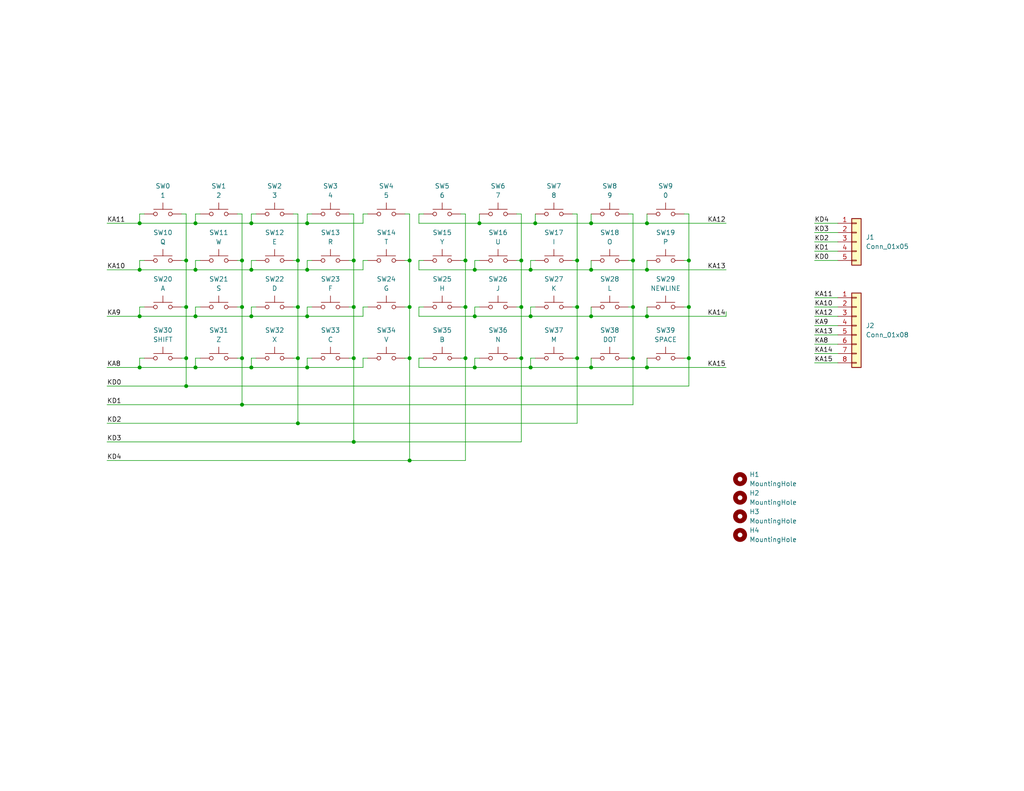
<source format=kicad_sch>
(kicad_sch (version 20211123) (generator eeschema)
  (paper "USLetter")
  (title_block (title "ZX81 Mechanical Keyboard") (date "2023-06-13") (rev "1") (comment 2 "Provided under the MIT License (0 clause).  ") (comment 3 "Copyright 2022, Brian Swetland <swetland@frotz.net>"))
  (lib_symbols
    (symbol "Connector_Generic:Conn_01x05" (pin_names (offset 1.016) hide)
      (property "Reference" "J" (at 0 7.62 0))
      (property "Value" "Conn_01x05" (at 0 -7.62 0))
      (symbol "Conn_01x05_1_1"
        (rectangle (start -1.27 -4.953) (end 0 -5.207) (stroke (width 0.1524)))
        (rectangle (start -1.27 -2.413) (end 0 -2.667) (stroke (width 0.1524)))
        (rectangle (start -1.27 0.127) (end 0 -0.127) (stroke (width 0.1524)))
        (rectangle (start -1.27 2.667) (end 0 2.413) (stroke (width 0.1524)))
        (rectangle (start -1.27 5.207) (end 0 4.953) (stroke (width 0.1524)))
        (rectangle (start -1.27 6.35) (end 1.27 -6.35) (stroke (width 0.254)) (fill (type background)))
        (pin passive line (at -5.08 5.08 0) (length 3.81) (name "Pin_1") (number "1"))
        (pin passive line (at -5.08 2.54 0) (length 3.81) (name "Pin_2") (number "2"))
        (pin passive line (at -5.08 0 0) (length 3.81) (name "Pin_3") (number "3"))
        (pin passive line (at -5.08 -2.54 0) (length 3.81) (name "Pin_4") (number "4"))
        (pin passive line (at -5.08 -5.08 0) (length 3.81) (name "Pin_5") (number "5"))
      )
    )
    (symbol "Connector_Generic:Conn_01x08" (pin_names (offset 1.016) hide)
      (property "Reference" "J" (at 0 10.16 0))
      (property "Value" "Conn_01x08" (at 0 -12.7 0))
      (symbol "Conn_01x08_1_1"
        (rectangle (start -1.27 -10.033) (end 0 -10.287) (stroke (width 0.1524)))
        (rectangle (start -1.27 -7.493) (end 0 -7.747) (stroke (width 0.1524)))
        (rectangle (start -1.27 -4.953) (end 0 -5.207) (stroke (width 0.1524)))
        (rectangle (start -1.27 -2.413) (end 0 -2.667) (stroke (width 0.1524)))
        (rectangle (start -1.27 0.127) (end 0 -0.127) (stroke (width 0.1524)))
        (rectangle (start -1.27 2.667) (end 0 2.413) (stroke (width 0.1524)))
        (rectangle (start -1.27 5.207) (end 0 4.953) (stroke (width 0.1524)))
        (rectangle (start -1.27 7.747) (end 0 7.493) (stroke (width 0.1524)))
        (rectangle (start -1.27 8.89) (end 1.27 -11.43) (stroke (width 0.254)) (fill (type background)))
        (pin passive line (at -5.08 7.62 0) (length 3.81) (name "Pin_1") (number "1"))
        (pin passive line (at -5.08 5.08 0) (length 3.81) (name "Pin_2") (number "2"))
        (pin passive line (at -5.08 2.54 0) (length 3.81) (name "Pin_3") (number "3"))
        (pin passive line (at -5.08 0 0) (length 3.81) (name "Pin_4") (number "4"))
        (pin passive line (at -5.08 -2.54 0) (length 3.81) (name "Pin_5") (number "5"))
        (pin passive line (at -5.08 -5.08 0) (length 3.81) (name "Pin_6") (number "6"))
        (pin passive line (at -5.08 -7.62 0) (length 3.81) (name "Pin_7") (number "7"))
        (pin passive line (at -5.08 -10.16 0) (length 3.81) (name "Pin_8") (number "8"))
      )
    )
    (symbol "Mechanical:MountingHole" (pin_names (offset 1.016))
      (property "Reference" "H" (at 0 5.08 0))
      (property "Value" "MountingHole" (at 0 3.175 0))
      (symbol "MountingHole_0_1"
        (circle (center 0 0) (radius 1.27) (stroke (width 1.27)))
      )
    )
    (symbol "Switch:SW_Push" (pin_numbers hide) (pin_names (offset 1.016) hide)
      (property "Reference" "SW" (at 1.27 2.54 0))
      (property "Value" "SW_Push" (at 0 -1.524 0))
      (symbol "SW_Push_0_1"
        (circle (center -2.032 0) (radius 0.508))
        (polyline (pts (xy 0 1.27) (xy 0 3.048)))
        (polyline (pts (xy 2.54 1.27) (xy -2.54 1.27)))
        (circle (center 2.032 0) (radius 0.508))
        (pin passive line (at -5.08 0 0) (length 2.54) (name "1") (number "1"))
        (pin passive line (at 5.08 0 180) (length 2.54) (name "2") (number "2"))
      )
    )
  )
  (junction (at 96.52 83.82))
  (junction (at 68.58 60.96))
  (junction (at 176.53 73.66))
  (junction (at 111.76 125.73))
  (junction (at 157.48 71.12))
  (junction (at 130.81 60.96))
  (junction (at 96.52 97.79))
  (junction (at 161.29 73.66))
  (junction (at 38.1 60.96))
  (junction (at 53.34 60.96))
  (junction (at 81.28 83.82))
  (junction (at 111.76 97.79))
  (junction (at 83.82 100.33))
  (junction (at 144.78 73.66))
  (junction (at 83.82 60.96))
  (junction (at 81.28 71.12))
  (junction (at 129.54 86.36))
  (junction (at 142.24 97.79))
  (junction (at 129.54 73.66))
  (junction (at 50.8 83.82))
  (junction (at 127 83.82))
  (junction (at 172.72 83.82))
  (junction (at 50.8 105.41))
  (junction (at 176.53 60.96))
  (junction (at 50.8 97.79))
  (junction (at 127 71.12))
  (junction (at 50.8 71.12))
  (junction (at 111.76 83.82))
  (junction (at 187.96 71.12))
  (junction (at 161.29 86.36))
  (junction (at 142.24 83.82))
  (junction (at 68.58 73.66))
  (junction (at 176.53 86.36))
  (junction (at 176.53 100.33))
  (junction (at 38.1 100.33))
  (junction (at 127 97.79))
  (junction (at 144.78 86.36))
  (junction (at 146.05 60.96))
  (junction (at 66.04 71.12))
  (junction (at 187.96 83.82))
  (junction (at 53.34 86.36))
  (junction (at 66.04 110.49))
  (junction (at 187.96 97.79))
  (junction (at 161.29 60.96))
  (junction (at 66.04 97.79))
  (junction (at 68.58 86.36))
  (junction (at 161.29 100.33))
  (junction (at 81.28 115.57))
  (junction (at 38.1 73.66))
  (junction (at 83.82 86.36))
  (junction (at 129.54 100.33))
  (junction (at 172.72 71.12))
  (junction (at 53.34 100.33))
  (junction (at 83.82 73.66))
  (junction (at 96.52 71.12))
  (junction (at 38.1 86.36))
  (junction (at 172.72 97.79))
  (junction (at 157.48 83.82))
  (junction (at 81.28 97.79))
  (junction (at 157.48 97.79))
  (junction (at 144.78 100.33))
  (junction (at 111.76 71.12))
  (junction (at 68.58 100.33))
  (junction (at 96.52 120.65))
  (junction (at 53.34 73.66))
  (junction (at 142.24 71.12))
  (junction (at 66.04 83.82))
  (wire (pts (xy 186.69 83.82) (xy 187.96 83.82)))
  (wire (pts (xy 83.82 73.66) (xy 99.06 73.66)))
  (wire (pts (xy 66.04 110.49) (xy 66.04 97.79)))
  (wire (pts (xy 38.1 73.66) (xy 53.34 73.66)))
  (wire (pts (xy 69.85 83.82) (xy 68.58 83.82)))
  (wire (pts (xy 142.24 97.79) (xy 140.97 97.79)))
  (wire (pts (xy 222.25 68.58) (xy 228.6 68.58)))
  (wire (pts (xy 111.76 58.42) (xy 110.49 58.42)))
  (wire (pts (xy 171.45 71.12) (xy 172.72 71.12)))
  (wire (pts (xy 114.3 73.66) (xy 129.54 73.66)))
  (wire (pts (xy 127 97.79) (xy 127 125.73)))
  (wire (pts (xy 99.06 71.12) (xy 99.06 73.66)))
  (wire (pts (xy 38.1 58.42) (xy 38.1 60.96)))
  (wire (pts (xy 54.61 58.42) (xy 53.34 58.42)))
  (wire (pts (xy 80.01 58.42) (xy 81.28 58.42)))
  (wire (pts (xy 68.58 73.66) (xy 83.82 73.66)))
  (wire (pts (xy 146.05 83.82) (xy 144.78 83.82)))
  (wire (pts (xy 157.48 83.82) (xy 157.48 71.12)))
  (wire (pts (xy 115.57 71.12) (xy 114.3 71.12)))
  (wire (pts (xy 157.48 97.79) (xy 156.21 97.79)))
  (wire (pts (xy 129.54 71.12) (xy 129.54 73.66)))
  (wire (pts (xy 64.77 71.12) (xy 66.04 71.12)))
  (wire (pts (xy 100.33 58.42) (xy 99.06 58.42)))
  (wire (pts (xy 95.25 97.79) (xy 96.52 97.79)))
  (wire (pts (xy 54.61 97.79) (xy 53.34 97.79)))
  (wire (pts (xy 29.21 73.66) (xy 38.1 73.66)))
  (wire (pts (xy 38.1 60.96) (xy 53.34 60.96)))
  (wire (pts (xy 222.25 81.28) (xy 228.6 81.28)))
  (wire (pts (xy 64.77 83.82) (xy 66.04 83.82)))
  (wire (pts (xy 142.24 71.12) (xy 142.24 58.42)))
  (wire (pts (xy 96.52 120.65) (xy 142.24 120.65)))
  (wire (pts (xy 127 71.12) (xy 127 83.82)))
  (wire (pts (xy 127 125.73) (xy 111.76 125.73)))
  (wire (pts (xy 129.54 97.79) (xy 129.54 100.33)))
  (wire (pts (xy 111.76 97.79) (xy 110.49 97.79)))
  (wire (pts (xy 176.53 58.42) (xy 176.53 60.96)))
  (wire (pts (xy 53.34 73.66) (xy 68.58 73.66)))
  (wire (pts (xy 38.1 83.82) (xy 38.1 86.36)))
  (wire (pts (xy 110.49 71.12) (xy 111.76 71.12)))
  (wire (pts (xy 111.76 97.79) (xy 111.76 83.82)))
  (wire (pts (xy 144.78 100.33) (xy 161.29 100.33)))
  (wire (pts (xy 100.33 83.82) (xy 99.06 83.82)))
  (wire (pts (xy 68.58 60.96) (xy 83.82 60.96)))
  (wire (pts (xy 111.76 83.82) (xy 111.76 71.12)))
  (wire (pts (xy 142.24 120.65) (xy 142.24 97.79)))
  (wire (pts (xy 125.73 71.12) (xy 127 71.12)))
  (wire (pts (xy 54.61 71.12) (xy 53.34 71.12)))
  (wire (pts (xy 80.01 83.82) (xy 81.28 83.82)))
  (wire (pts (xy 83.82 71.12) (xy 83.82 73.66)))
  (wire (pts (xy 142.24 58.42) (xy 140.97 58.42)))
  (wire (pts (xy 222.25 83.82) (xy 228.6 83.82)))
  (wire (pts (xy 38.1 86.36) (xy 53.34 86.36)))
  (wire (pts (xy 161.29 83.82) (xy 161.29 86.36)))
  (wire (pts (xy 115.57 97.79) (xy 114.3 97.79)))
  (wire (pts (xy 146.05 60.96) (xy 161.29 60.96)))
  (wire (pts (xy 186.69 71.12) (xy 187.96 71.12)))
  (wire (pts (xy 99.06 58.42) (xy 99.06 60.96)))
  (wire (pts (xy 111.76 71.12) (xy 111.76 58.42)))
  (wire (pts (xy 129.54 83.82) (xy 129.54 86.36)))
  (wire (pts (xy 81.28 71.12) (xy 81.28 83.82)))
  (wire (pts (xy 68.58 58.42) (xy 68.58 60.96)))
  (wire (pts (xy 111.76 97.79) (xy 111.76 125.73)))
  (wire (pts (xy 96.52 83.82) (xy 96.52 97.79)))
  (wire (pts (xy 100.33 71.12) (xy 99.06 71.12)))
  (wire (pts (xy 198.12 85.09) (xy 198.12 86.36)))
  (wire (pts (xy 53.34 83.82) (xy 53.34 86.36)))
  (wire (pts (xy 156.21 71.12) (xy 157.48 71.12)))
  (wire (pts (xy 222.25 60.96) (xy 228.6 60.96)))
  (wire (pts (xy 142.24 97.79) (xy 142.24 83.82)))
  (wire (pts (xy 129.54 86.36) (xy 144.78 86.36)))
  (wire (pts (xy 83.82 60.96) (xy 99.06 60.96)))
  (wire (pts (xy 50.8 105.41) (xy 187.96 105.41)))
  (wire (pts (xy 156.21 83.82) (xy 157.48 83.82)))
  (wire (pts (xy 69.85 97.79) (xy 68.58 97.79)))
  (wire (pts (xy 130.81 83.82) (xy 129.54 83.82)))
  (wire (pts (xy 146.05 97.79) (xy 144.78 97.79)))
  (wire (pts (xy 129.54 73.66) (xy 144.78 73.66)))
  (wire (pts (xy 29.21 120.65) (xy 96.52 120.65)))
  (wire (pts (xy 85.09 71.12) (xy 83.82 71.12)))
  (wire (pts (xy 176.53 60.96) (xy 198.12 60.96)))
  (wire (pts (xy 222.25 93.98) (xy 228.6 93.98)))
  (wire (pts (xy 69.85 58.42) (xy 68.58 58.42)))
  (wire (pts (xy 222.25 96.52) (xy 228.6 96.52)))
  (wire (pts (xy 64.77 97.79) (xy 66.04 97.79)))
  (wire (pts (xy 125.73 58.42) (xy 127 58.42)))
  (wire (pts (xy 83.82 83.82) (xy 83.82 86.36)))
  (wire (pts (xy 176.53 83.82) (xy 176.53 86.36)))
  (wire (pts (xy 29.21 125.73) (xy 111.76 125.73)))
  (wire (pts (xy 83.82 86.36) (xy 99.06 86.36)))
  (wire (pts (xy 130.81 58.42) (xy 130.81 60.96)))
  (wire (pts (xy 187.96 58.42) (xy 186.69 58.42)))
  (wire (pts (xy 29.21 86.36) (xy 38.1 86.36)))
  (wire (pts (xy 114.3 100.33) (xy 129.54 100.33)))
  (wire (pts (xy 157.48 71.12) (xy 157.48 58.42)))
  (wire (pts (xy 114.3 97.79) (xy 114.3 100.33)))
  (wire (pts (xy 176.53 100.33) (xy 198.12 100.33)))
  (wire (pts (xy 80.01 71.12) (xy 81.28 71.12)))
  (wire (pts (xy 50.8 97.79) (xy 50.8 105.41)))
  (wire (pts (xy 222.25 63.5) (xy 228.6 63.5)))
  (wire (pts (xy 66.04 83.82) (xy 66.04 71.12)))
  (wire (pts (xy 53.34 100.33) (xy 68.58 100.33)))
  (wire (pts (xy 66.04 71.12) (xy 66.04 58.42)))
  (wire (pts (xy 125.73 83.82) (xy 127 83.82)))
  (wire (pts (xy 130.81 97.79) (xy 129.54 97.79)))
  (wire (pts (xy 222.25 86.36) (xy 228.6 86.36)))
  (wire (pts (xy 157.48 97.79) (xy 157.48 83.82)))
  (wire (pts (xy 127 83.82) (xy 127 97.79)))
  (wire (pts (xy 100.33 97.79) (xy 99.06 97.79)))
  (wire (pts (xy 161.29 60.96) (xy 176.53 60.96)))
  (wire (pts (xy 95.25 83.82) (xy 96.52 83.82)))
  (wire (pts (xy 176.53 86.36) (xy 198.12 86.36)))
  (wire (pts (xy 53.34 58.42) (xy 53.34 60.96)))
  (wire (pts (xy 81.28 115.57) (xy 157.48 115.57)))
  (wire (pts (xy 176.53 71.12) (xy 176.53 73.66)))
  (wire (pts (xy 50.8 71.12) (xy 50.8 83.82)))
  (wire (pts (xy 50.8 58.42) (xy 50.8 71.12)))
  (wire (pts (xy 66.04 110.49) (xy 172.72 110.49)))
  (wire (pts (xy 53.34 60.96) (xy 68.58 60.96)))
  (wire (pts (xy 69.85 71.12) (xy 68.58 71.12)))
  (wire (pts (xy 81.28 97.79) (xy 81.28 115.57)))
  (wire (pts (xy 144.78 73.66) (xy 161.29 73.66)))
  (wire (pts (xy 29.21 110.49) (xy 66.04 110.49)))
  (wire (pts (xy 142.24 83.82) (xy 142.24 71.12)))
  (wire (pts (xy 114.3 58.42) (xy 114.3 60.96)))
  (wire (pts (xy 85.09 97.79) (xy 83.82 97.79)))
  (wire (pts (xy 140.97 71.12) (xy 142.24 71.12)))
  (wire (pts (xy 39.37 71.12) (xy 38.1 71.12)))
  (wire (pts (xy 96.52 71.12) (xy 96.52 83.82)))
  (wire (pts (xy 39.37 97.79) (xy 38.1 97.79)))
  (wire (pts (xy 146.05 71.12) (xy 144.78 71.12)))
  (wire (pts (xy 110.49 83.82) (xy 111.76 83.82)))
  (wire (pts (xy 187.96 71.12) (xy 187.96 58.42)))
  (wire (pts (xy 161.29 58.42) (xy 161.29 60.96)))
  (wire (pts (xy 96.52 58.42) (xy 96.52 71.12)))
  (wire (pts (xy 172.72 110.49) (xy 172.72 97.79)))
  (wire (pts (xy 130.81 60.96) (xy 146.05 60.96)))
  (wire (pts (xy 39.37 58.42) (xy 38.1 58.42)))
  (wire (pts (xy 222.25 99.06) (xy 228.6 99.06)))
  (wire (pts (xy 29.21 60.96) (xy 38.1 60.96)))
  (wire (pts (xy 130.81 71.12) (xy 129.54 71.12)))
  (wire (pts (xy 85.09 58.42) (xy 83.82 58.42)))
  (wire (pts (xy 161.29 97.79) (xy 161.29 100.33)))
  (wire (pts (xy 114.3 83.82) (xy 114.3 86.36)))
  (wire (pts (xy 96.52 97.79) (xy 96.52 120.65)))
  (wire (pts (xy 54.61 83.82) (xy 53.34 83.82)))
  (wire (pts (xy 38.1 97.79) (xy 38.1 100.33)))
  (wire (pts (xy 68.58 86.36) (xy 83.82 86.36)))
  (wire (pts (xy 146.05 58.42) (xy 146.05 60.96)))
  (wire (pts (xy 129.54 100.33) (xy 144.78 100.33)))
  (wire (pts (xy 68.58 97.79) (xy 68.58 100.33)))
  (wire (pts (xy 187.96 97.79) (xy 186.69 97.79)))
  (wire (pts (xy 144.78 83.82) (xy 144.78 86.36)))
  (wire (pts (xy 49.53 58.42) (xy 50.8 58.42)))
  (wire (pts (xy 114.3 71.12) (xy 114.3 73.66)))
  (wire (pts (xy 222.25 88.9) (xy 228.6 88.9)))
  (wire (pts (xy 29.21 115.57) (xy 81.28 115.57)))
  (wire (pts (xy 176.53 73.66) (xy 198.12 73.66)))
  (wire (pts (xy 49.53 97.79) (xy 50.8 97.79)))
  (wire (pts (xy 29.21 100.33) (xy 38.1 100.33)))
  (wire (pts (xy 83.82 97.79) (xy 83.82 100.33)))
  (wire (pts (xy 171.45 83.82) (xy 172.72 83.82)))
  (wire (pts (xy 99.06 97.79) (xy 99.06 100.33)))
  (wire (pts (xy 144.78 86.36) (xy 161.29 86.36)))
  (wire (pts (xy 222.25 71.12) (xy 228.6 71.12)))
  (wire (pts (xy 99.06 83.82) (xy 99.06 86.36)))
  (wire (pts (xy 172.72 58.42) (xy 171.45 58.42)))
  (wire (pts (xy 187.96 97.79) (xy 187.96 83.82)))
  (wire (pts (xy 66.04 58.42) (xy 64.77 58.42)))
  (wire (pts (xy 144.78 71.12) (xy 144.78 73.66)))
  (wire (pts (xy 85.09 83.82) (xy 83.82 83.82)))
  (wire (pts (xy 53.34 97.79) (xy 53.34 100.33)))
  (wire (pts (xy 39.37 83.82) (xy 38.1 83.82)))
  (wire (pts (xy 157.48 58.42) (xy 156.21 58.42)))
  (wire (pts (xy 80.01 97.79) (xy 81.28 97.79)))
  (wire (pts (xy 115.57 83.82) (xy 114.3 83.82)))
  (wire (pts (xy 222.25 66.04) (xy 228.6 66.04)))
  (wire (pts (xy 95.25 71.12) (xy 96.52 71.12)))
  (wire (pts (xy 127 58.42) (xy 127 71.12)))
  (wire (pts (xy 83.82 58.42) (xy 83.82 60.96)))
  (wire (pts (xy 172.72 83.82) (xy 172.72 71.12)))
  (wire (pts (xy 53.34 71.12) (xy 53.34 73.66)))
  (wire (pts (xy 114.3 86.36) (xy 129.54 86.36)))
  (wire (pts (xy 140.97 83.82) (xy 142.24 83.82)))
  (wire (pts (xy 81.28 58.42) (xy 81.28 71.12)))
  (wire (pts (xy 176.53 97.79) (xy 176.53 100.33)))
  (wire (pts (xy 49.53 71.12) (xy 50.8 71.12)))
  (wire (pts (xy 222.25 91.44) (xy 228.6 91.44)))
  (wire (pts (xy 38.1 100.33) (xy 53.34 100.33)))
  (wire (pts (xy 115.57 58.42) (xy 114.3 58.42)))
  (wire (pts (xy 161.29 100.33) (xy 176.53 100.33)))
  (wire (pts (xy 172.72 97.79) (xy 171.45 97.79)))
  (wire (pts (xy 114.3 60.96) (xy 130.81 60.96)))
  (wire (pts (xy 68.58 83.82) (xy 68.58 86.36)))
  (wire (pts (xy 161.29 73.66) (xy 176.53 73.66)))
  (wire (pts (xy 53.34 86.36) (xy 68.58 86.36)))
  (wire (pts (xy 144.78 97.79) (xy 144.78 100.33)))
  (wire (pts (xy 125.73 97.79) (xy 127 97.79)))
  (wire (pts (xy 187.96 83.82) (xy 187.96 71.12)))
  (wire (pts (xy 68.58 71.12) (xy 68.58 73.66)))
  (wire (pts (xy 161.29 86.36) (xy 176.53 86.36)))
  (wire (pts (xy 95.25 58.42) (xy 96.52 58.42)))
  (wire (pts (xy 81.28 83.82) (xy 81.28 97.79)))
  (wire (pts (xy 172.72 97.79) (xy 172.72 83.82)))
  (wire (pts (xy 187.96 105.41) (xy 187.96 97.79)))
  (wire (pts (xy 172.72 71.12) (xy 172.72 58.42)))
  (wire (pts (xy 29.21 105.41) (xy 50.8 105.41)))
  (wire (pts (xy 68.58 100.33) (xy 83.82 100.33)))
  (wire (pts (xy 66.04 97.79) (xy 66.04 83.82)))
  (wire (pts (xy 83.82 100.33) (xy 99.06 100.33)))
  (wire (pts (xy 50.8 83.82) (xy 50.8 97.79)))
  (wire (pts (xy 38.1 71.12) (xy 38.1 73.66)))
  (wire (pts (xy 161.29 71.12) (xy 161.29 73.66)))
  (wire (pts (xy 49.53 83.82) (xy 50.8 83.82)))
  (wire (pts (xy 157.48 115.57) (xy 157.48 97.79)))
  (label "KD4" (at 29.21 125.73 0))
  (label "KA15" (at 222.25 99.06 0))
  (label "KA13" (at 193.04 73.66 0))
  (label "KA14" (at 193.04 86.36 0))
  (label "KD4" (at 222.25 60.96 0))
  (label "KD2" (at 29.21 115.57 0))
  (label "KD3" (at 29.21 120.65 0))
  (label "KA10" (at 29.21 73.66 0))
  (label "KD1" (at 29.21 110.49 0))
  (label "KD1" (at 222.25 68.58 0))
  (label "KD2" (at 222.25 66.04 0))
  (label "KD0" (at 29.21 105.41 0))
  (label "KA11" (at 29.21 60.96 0))
  (label "KA11" (at 222.25 81.28 0))
  (label "KD0" (at 222.25 71.12 0))
  (label "KA12" (at 193.04 60.96 0))
  (label "KA12" (at 222.25 86.36 0))
  (label "KA13" (at 222.25 91.44 0))
  (label "KA8" (at 29.21 100.33 0))
  (label "KA9" (at 29.21 86.36 0))
  (label "KA8" (at 222.25 93.98 0))
  (label "KA14" (at 222.25 96.52 0))
  (label "KA15" (at 193.04 100.33 0))
  (label "KA10" (at 222.25 83.82 0))
  (label "KD3" (at 222.25 63.5 0))
  (label "KA9" (at 222.25 88.9 0))
  (symbol (lib_id "Switch:SW_Push") (at 151.13 97.79 0) (unit 1)
    (property "Reference" "SW37" (at 151.13 90.17 0))
    (property "Value" "M" (at 151.13 92.71 0))
    (property "Footprint" "Button_Switch_Keyboard:SW_Cherry_MX_1.00u_PCB" (effects hide))
  )
  (symbol (lib_id "Switch:SW_Push") (at 181.61 58.42 0) (unit 1)
    (property "Reference" "SW9" (at 181.61 50.8 0))
    (property "Value" "0" (at 181.61 53.34 0))
    (property "Footprint" "Button_Switch_Keyboard:SW_Cherry_MX_1.00u_PCB" (effects hide))
  )
  (symbol (lib_id "Connector_Generic:Conn_01x05") (at 233.68 66.04 0) (unit 1)
    (property "Reference" "J1" (at 236.22 64.7699 0) (effects (justify left)))
    (property "Value" "Conn_01x05" (at 236.22 67.3099 0) (effects (justify left)))
    (property "Footprint" "Connector_PinHeader_2.54mm:PinHeader_1x05_P2.54mm_Vertical" (effects hide))
  )
  (symbol (lib_id "Switch:SW_Push") (at 166.37 97.79 0) (unit 1)
    (property "Reference" "SW38" (at 166.37 90.17 0))
    (property "Value" "DOT" (at 166.37 92.71 0))
    (property "Footprint" "Button_Switch_Keyboard:SW_Cherry_MX_1.00u_PCB" (effects hide))
  )
  (symbol (lib_id "Switch:SW_Push") (at 120.65 97.79 0) (unit 1)
    (property "Reference" "SW35" (at 120.65 90.17 0))
    (property "Value" "B" (at 120.65 92.71 0))
    (property "Footprint" "Button_Switch_Keyboard:SW_Cherry_MX_1.00u_PCB" (effects hide))
  )
  (symbol (lib_id "Switch:SW_Push") (at 181.61 97.79 0) (unit 1)
    (property "Reference" "SW39" (at 181.61 90.17 0))
    (property "Value" "SPACE" (at 181.61 92.71 0))
    (property "Footprint" "Button_Switch_Keyboard:SW_Cherry_MX_1.00u_PCB" (effects hide))
  )
  (symbol (lib_id "Switch:SW_Push") (at 74.93 58.42 0) (unit 1)
    (property "Reference" "SW2" (at 74.93 50.8 0))
    (property "Value" "3" (at 74.93 53.34 0))
    (property "Footprint" "Button_Switch_Keyboard:SW_Cherry_MX_1.00u_PCB" (effects hide))
  )
  (symbol (lib_id "Switch:SW_Push") (at 151.13 71.12 0) (unit 1)
    (property "Reference" "SW17" (at 151.13 63.5 0))
    (property "Value" "I" (at 151.13 66.04 0))
    (property "Footprint" "Button_Switch_Keyboard:SW_Cherry_MX_1.00u_PCB" (effects hide))
  )
  (symbol (lib_id "Switch:SW_Push") (at 59.69 71.12 0) (unit 1)
    (property "Reference" "SW11" (at 59.69 63.5 0))
    (property "Value" "W" (at 59.69 66.04 0))
    (property "Footprint" "Button_Switch_Keyboard:SW_Cherry_MX_1.00u_PCB" (effects hide))
  )
  (symbol (lib_id "Switch:SW_Push") (at 120.65 71.12 0) (unit 1)
    (property "Reference" "SW15" (at 120.65 63.5 0))
    (property "Value" "Y" (at 120.65 66.04 0))
    (property "Footprint" "Button_Switch_Keyboard:SW_Cherry_MX_1.00u_PCB" (effects hide))
  )
  (symbol (lib_id "Switch:SW_Push") (at 181.61 71.12 0) (unit 1)
    (property "Reference" "SW19" (at 181.61 63.5 0))
    (property "Value" "P" (at 181.61 66.04 0))
    (property "Footprint" "Button_Switch_Keyboard:SW_Cherry_MX_1.00u_PCB" (effects hide))
  )
  (symbol (lib_id "Switch:SW_Push") (at 105.41 83.82 0) (unit 1)
    (property "Reference" "SW24" (at 105.41 76.2 0))
    (property "Value" "G" (at 105.41 78.74 0))
    (property "Footprint" "Button_Switch_Keyboard:SW_Cherry_MX_1.00u_PCB" (effects hide))
  )
  (symbol (lib_id "Switch:SW_Push") (at 90.17 58.42 0) (unit 1)
    (property "Reference" "SW3" (at 90.17 50.8 0))
    (property "Value" "4" (at 90.17 53.34 0))
    (property "Footprint" "Button_Switch_Keyboard:SW_Cherry_MX_1.00u_PCB" (effects hide))
  )
  (symbol (lib_id "Switch:SW_Push") (at 166.37 58.42 0) (unit 1)
    (property "Reference" "SW8" (at 166.37 50.8 0))
    (property "Value" "9" (at 166.37 53.34 0))
    (property "Footprint" "Button_Switch_Keyboard:SW_Cherry_MX_1.00u_PCB" (effects hide))
  )
  (symbol (lib_id "Switch:SW_Push") (at 74.93 97.79 0) (unit 1)
    (property "Reference" "SW32" (at 74.93 90.17 0))
    (property "Value" "X" (at 74.93 92.71 0))
    (property "Footprint" "Button_Switch_Keyboard:SW_Cherry_MX_1.00u_PCB" (effects hide))
  )
  (symbol (lib_id "Switch:SW_Push") (at 90.17 71.12 0) (unit 1)
    (property "Reference" "SW13" (at 90.17 63.5 0))
    (property "Value" "R" (at 90.17 66.04 0))
    (property "Footprint" "Button_Switch_Keyboard:SW_Cherry_MX_1.00u_PCB" (effects hide))
  )
  (symbol (lib_id "Switch:SW_Push") (at 166.37 71.12 0) (unit 1)
    (property "Reference" "SW18" (at 166.37 63.5 0))
    (property "Value" "O" (at 166.37 66.04 0))
    (property "Footprint" "Button_Switch_Keyboard:SW_Cherry_MX_1.00u_PCB" (effects hide))
  )
  (symbol (lib_id "Switch:SW_Push") (at 90.17 83.82 0) (unit 1)
    (property "Reference" "SW23" (at 90.17 76.2 0))
    (property "Value" "F" (at 90.17 78.74 0))
    (property "Footprint" "Button_Switch_Keyboard:SW_Cherry_MX_1.00u_PCB" (effects hide))
  )
  (symbol (lib_id "Mechanical:MountingHole") (at 201.93 140.97 0) (unit 1)
    (property "Reference" "H3" (at 204.47 139.6999 0) (effects (justify left)))
    (property "Value" "MountingHole" (at 204.47 142.2399 0) (effects (justify left)))
    (property "Footprint" "MountingHole:MountingHole_3.2mm_M3" (effects hide))
  )
  (symbol (lib_id "Switch:SW_Push") (at 120.65 83.82 0) (unit 1)
    (property "Reference" "SW25" (at 120.65 76.2 0))
    (property "Value" "H" (at 120.65 78.74 0))
    (property "Footprint" "Button_Switch_Keyboard:SW_Cherry_MX_1.00u_PCB" (effects hide))
  )
  (symbol (lib_id "Switch:SW_Push") (at 59.69 97.79 0) (unit 1)
    (property "Reference" "SW31" (at 59.69 90.17 0))
    (property "Value" "Z" (at 59.69 92.71 0))
    (property "Footprint" "Button_Switch_Keyboard:SW_Cherry_MX_1.00u_PCB" (effects hide))
  )
  (symbol (lib_id "Switch:SW_Push") (at 166.37 83.82 0) (unit 1)
    (property "Reference" "SW28" (at 166.37 76.2 0))
    (property "Value" "L" (at 166.37 78.74 0))
    (property "Footprint" "Button_Switch_Keyboard:SW_Cherry_MX_1.00u_PCB" (effects hide))
  )
  (symbol (lib_id "Switch:SW_Push") (at 44.45 97.79 0) (unit 1)
    (property "Reference" "SW30" (at 44.45 90.17 0))
    (property "Value" "SHIFT" (at 44.45 92.71 0))
    (property "Footprint" "Button_Switch_Keyboard:SW_Cherry_MX_1.00u_PCB" (effects hide))
  )
  (symbol (lib_id "Switch:SW_Push") (at 120.65 58.42 0) (unit 1)
    (property "Reference" "SW5" (at 120.65 50.8 0))
    (property "Value" "6" (at 120.65 53.34 0))
    (property "Footprint" "Button_Switch_Keyboard:SW_Cherry_MX_1.00u_PCB" (effects hide))
  )
  (symbol (lib_id "Switch:SW_Push") (at 44.45 83.82 0) (unit 1)
    (property "Reference" "SW20" (at 44.45 76.2 0))
    (property "Value" "A" (at 44.45 78.74 0))
    (property "Footprint" "Button_Switch_Keyboard:SW_Cherry_MX_1.00u_PCB" (effects hide))
  )
  (symbol (lib_id "Switch:SW_Push") (at 105.41 58.42 0) (unit 1)
    (property "Reference" "SW4" (at 105.41 50.8 0))
    (property "Value" "5" (at 105.41 53.34 0))
    (property "Footprint" "Button_Switch_Keyboard:SW_Cherry_MX_1.00u_PCB" (effects hide))
  )
  (symbol (lib_id "Switch:SW_Push") (at 74.93 83.82 0) (unit 1)
    (property "Reference" "SW22" (at 74.93 76.2 0))
    (property "Value" "D" (at 74.93 78.74 0))
    (property "Footprint" "Button_Switch_Keyboard:SW_Cherry_MX_1.00u_PCB" (effects hide))
  )
  (symbol (lib_id "Switch:SW_Push") (at 135.89 58.42 0) (unit 1)
    (property "Reference" "SW6" (at 135.89 50.8 0))
    (property "Value" "7" (at 135.89 53.34 0))
    (property "Footprint" "Button_Switch_Keyboard:SW_Cherry_MX_1.00u_PCB" (effects hide))
  )
  (symbol (lib_id "Switch:SW_Push") (at 59.69 58.42 0) (unit 1)
    (property "Reference" "SW1" (at 59.69 50.8 0))
    (property "Value" "2" (at 59.69 53.34 0))
    (property "Footprint" "Button_Switch_Keyboard:SW_Cherry_MX_1.00u_PCB" (effects hide))
  )
  (symbol (lib_id "Switch:SW_Push") (at 135.89 71.12 0) (unit 1)
    (property "Reference" "SW16" (at 135.89 63.5 0))
    (property "Value" "U" (at 135.89 66.04 0))
    (property "Footprint" "Button_Switch_Keyboard:SW_Cherry_MX_1.00u_PCB" (effects hide))
  )
  (symbol (lib_id "Switch:SW_Push") (at 181.61 83.82 0) (unit 1)
    (property "Reference" "SW29" (at 181.61 76.2 0))
    (property "Value" "NEWLINE" (at 181.61 78.74 0))
    (property "Footprint" "Button_Switch_Keyboard:SW_Cherry_MX_1.00u_PCB" (effects hide))
  )
  (symbol (lib_id "Switch:SW_Push") (at 44.45 71.12 0) (unit 1)
    (property "Reference" "SW10" (at 44.45 63.5 0))
    (property "Value" "Q" (at 44.45 66.04 0))
    (property "Footprint" "Button_Switch_Keyboard:SW_Cherry_MX_1.00u_PCB" (effects hide))
  )
  (symbol (lib_id "Switch:SW_Push") (at 44.45 58.42 0) (unit 1)
    (property "Reference" "SW0" (at 44.45 50.8 0))
    (property "Value" "1" (at 44.45 53.34 0))
    (property "Footprint" "Button_Switch_Keyboard:SW_Cherry_MX_1.00u_PCB" (effects hide))
  )
  (symbol (lib_id "Mechanical:MountingHole") (at 201.93 146.05 0) (unit 1)
    (property "Reference" "H4" (at 204.47 144.7799 0) (effects (justify left)))
    (property "Value" "MountingHole" (at 204.47 147.3199 0) (effects (justify left)))
    (property "Footprint" "MountingHole:MountingHole_3.2mm_M3" (effects hide))
  )
  (symbol (lib_id "Switch:SW_Push") (at 151.13 58.42 0) (unit 1)
    (property "Reference" "SW7" (at 151.13 50.8 0))
    (property "Value" "8" (at 151.13 53.34 0))
    (property "Footprint" "Button_Switch_Keyboard:SW_Cherry_MX_1.00u_PCB" (effects hide))
  )
  (symbol (lib_id "Mechanical:MountingHole") (at 201.93 130.81 0) (unit 1)
    (property "Reference" "H1" (at 204.47 129.5399 0) (effects (justify left)))
    (property "Value" "MountingHole" (at 204.47 132.0799 0) (effects (justify left)))
    (property "Footprint" "MountingHole:MountingHole_3.2mm_M3" (effects hide))
  )
  (symbol (lib_id "Switch:SW_Push") (at 135.89 83.82 0) (unit 1)
    (property "Reference" "SW26" (at 135.89 76.2 0))
    (property "Value" "J" (at 135.89 78.74 0))
    (property "Footprint" "Button_Switch_Keyboard:SW_Cherry_MX_1.00u_PCB" (effects hide))
  )
  (symbol (lib_id "Switch:SW_Push") (at 105.41 71.12 0) (unit 1)
    (property "Reference" "SW14" (at 105.41 63.5 0))
    (property "Value" "T" (at 105.41 66.04 0))
    (property "Footprint" "Button_Switch_Keyboard:SW_Cherry_MX_1.00u_PCB" (effects hide))
  )
  (symbol (lib_id "Switch:SW_Push") (at 151.13 83.82 0) (unit 1)
    (property "Reference" "SW27" (at 151.13 76.2 0))
    (property "Value" "K" (at 151.13 78.74 0))
    (property "Footprint" "Button_Switch_Keyboard:SW_Cherry_MX_1.00u_PCB" (effects hide))
  )
  (symbol (lib_id "Mechanical:MountingHole") (at 201.93 135.89 0) (unit 1)
    (property "Reference" "H2" (at 204.47 134.6199 0) (effects (justify left)))
    (property "Value" "MountingHole" (at 204.47 137.1599 0) (effects (justify left)))
    (property "Footprint" "MountingHole:MountingHole_3.2mm_M3" (effects hide))
  )
  (symbol (lib_id "Switch:SW_Push") (at 135.89 97.79 0) (unit 1)
    (property "Reference" "SW36" (at 135.89 90.17 0))
    (property "Value" "N" (at 135.89 92.71 0))
    (property "Footprint" "Button_Switch_Keyboard:SW_Cherry_MX_1.00u_PCB" (effects hide))
  )
  (symbol (lib_id "Switch:SW_Push") (at 105.41 97.79 0) (unit 1)
    (property "Reference" "SW34" (at 105.41 90.17 0))
    (property "Value" "V" (at 105.41 92.71 0))
    (property "Footprint" "Button_Switch_Keyboard:SW_Cherry_MX_1.00u_PCB" (effects hide))
  )
  (symbol (lib_id "Switch:SW_Push") (at 59.69 83.82 0) (unit 1)
    (property "Reference" "SW21" (at 59.69 76.2 0))
    (property "Value" "S" (at 59.69 78.74 0))
    (property "Footprint" "Button_Switch_Keyboard:SW_Cherry_MX_1.00u_PCB" (effects hide))
  )
  (symbol (lib_id "Switch:SW_Push") (at 90.17 97.79 0) (unit 1)
    (property "Reference" "SW33" (at 90.17 90.17 0))
    (property "Value" "C" (at 90.17 92.71 0))
    (property "Footprint" "Button_Switch_Keyboard:SW_Cherry_MX_1.00u_PCB" (effects hide))
  )
  (symbol (lib_id "Connector_Generic:Conn_01x08") (at 233.68 88.9 0) (unit 1)
    (property "Reference" "J2" (at 236.22 88.8999 0) (effects (justify left)))
    (property "Value" "Conn_01x08" (at 236.22 91.4399 0) (effects (justify left)))
    (property "Footprint" "Connector_PinHeader_2.54mm:PinHeader_1x08_P2.54mm_Vertical" (effects hide))
  )
  (symbol (lib_id "Switch:SW_Push") (at 74.93 71.12 0) (unit 1)
    (property "Reference" "SW12" (at 74.93 63.5 0))
    (property "Value" "E" (at 74.93 66.04 0))
    (property "Footprint" "Button_Switch_Keyboard:SW_Cherry_MX_1.00u_PCB" (effects hide))
  )
)
</source>
